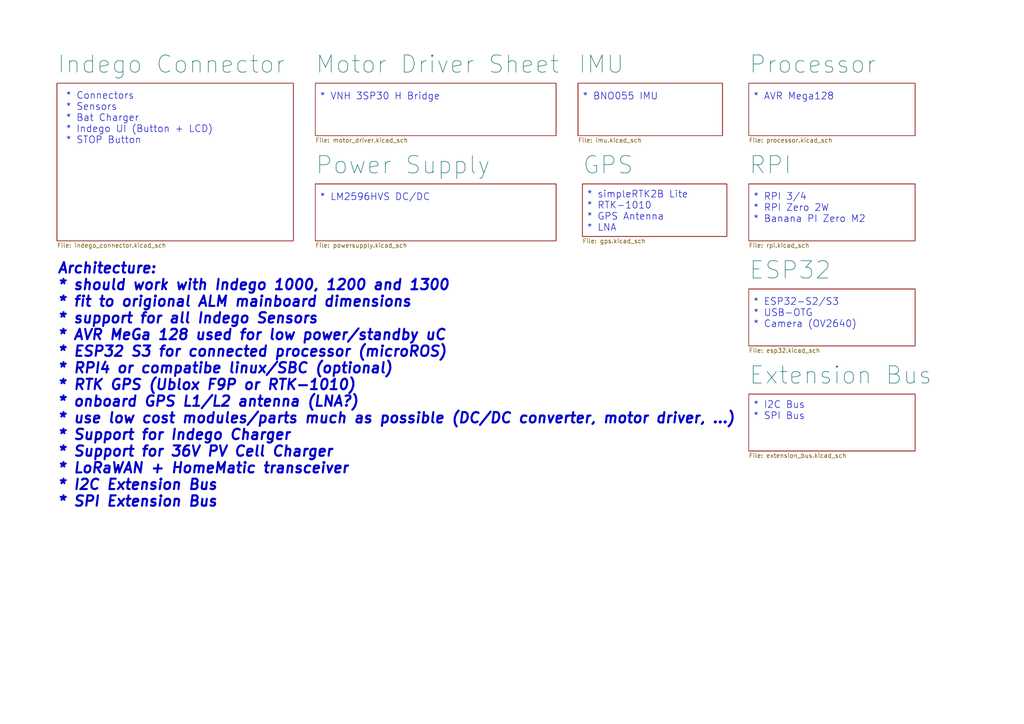
<source format=kicad_sch>
(kicad_sch
	(version 20250114)
	(generator "eeschema")
	(generator_version "9.0")
	(uuid "9538e4ed-27e6-4c37-b989-9859dc0d49e8")
	(paper "A4")
	(lib_symbols)
	(text "* simpleRTK2B Lite\n* RTK-1010\n* GPS Antenna\n* LNA"
		(exclude_from_sim no)
		(at 170.18 67.31 0)
		(effects
			(font
				(size 2 2)
			)
			(justify left bottom)
		)
		(uuid "04a7d58e-6b25-4e26-a091-8c5a1d786f6b")
	)
	(text "* AVR Mega128"
		(exclude_from_sim no)
		(at 218.44 29.21 0)
		(effects
			(font
				(size 2 2)
			)
			(justify left bottom)
		)
		(uuid "09a0338b-d360-4d86-a286-a9bd1596cd4a")
	)
	(text "* LM2596HVS DC/DC"
		(exclude_from_sim no)
		(at 92.71 58.42 0)
		(effects
			(font
				(size 2 2)
			)
			(justify left bottom)
		)
		(uuid "1997d764-eaae-4735-8caf-7465f42db24f")
	)
	(text "* VNH 3SP30 H Bridge"
		(exclude_from_sim no)
		(at 92.71 29.21 0)
		(effects
			(font
				(size 2 2)
			)
			(justify left bottom)
		)
		(uuid "61c8c7e3-0dd2-4df0-9214-696151f92eda")
	)
	(text "Architecture:\n* should work with Indego 1000, 1200 and 1300\n* fit to origional ALM mainboard dimensions\n* support for all Indego Sensors\n* AVR MeGa 128 used for low power/standby uC\n* ESP32 S3 for connected processor (microROS)\n* RPI4 or compatibe linux/SBC (optional)\n* RTK GPS (Ublox F9P or RTK-1010)\n* onboard GPS L1/L2 antenna (LNA?)\n* use low cost modules/parts much as possible (DC/DC converter, motor driver, ...)\n* Support for Indego Charger\n* Support for 36V PV Cell Charger\n* LoRaWAN + HomeMatic transceiver\n* I2C Extension Bus\n* SPI Extension Bus"
		(exclude_from_sim no)
		(at 16.51 147.32 0)
		(effects
			(font
				(size 3 3)
				(thickness 0.6)
				(bold yes)
				(italic yes)
			)
			(justify left bottom)
		)
		(uuid "6c8c9e7e-1778-4df6-8bae-fc4169aabecf")
	)
	(text "* RPI 3/4\n* RPI Zero 2W\n* Banana PI Zero M2"
		(exclude_from_sim no)
		(at 218.44 64.77 0)
		(effects
			(font
				(size 2 2)
			)
			(justify left bottom)
		)
		(uuid "9c86e76f-53f5-4c3a-a34d-fe18575ad9e6")
	)
	(text "* BNO055 IMU"
		(exclude_from_sim no)
		(at 168.91 29.21 0)
		(effects
			(font
				(size 2 2)
			)
			(justify left bottom)
		)
		(uuid "c0b0dabf-0384-4d7f-ae73-69e0c1b909b8")
	)
	(text "* Connectors\n* Sensors\n* Bat Charger\n* Indego UI (Button + LCD)\n* STOP Button"
		(exclude_from_sim no)
		(at 19.05 41.91 0)
		(effects
			(font
				(size 2 2)
			)
			(justify left bottom)
		)
		(uuid "cd204935-13e3-4af6-a352-01f8f1e50313")
	)
	(text "* ESP32-S2/S3\n* USB-OTG\n* Camera (OV2640)"
		(exclude_from_sim no)
		(at 218.44 95.25 0)
		(effects
			(font
				(size 2 2)
			)
			(justify left bottom)
		)
		(uuid "ec90f306-12b3-4707-8308-92b4f4ed988b")
	)
	(text "* I2C Bus\n* SPI Bus"
		(exclude_from_sim no)
		(at 218.44 121.92 0)
		(effects
			(font
				(size 2 2)
			)
			(justify left bottom)
		)
		(uuid "f9eeb9e1-f062-41ff-9dcc-12e4d9a58962")
	)
	(sheet
		(at 217.17 114.3)
		(size 48.26 16.51)
		(exclude_from_sim no)
		(in_bom yes)
		(on_board yes)
		(dnp no)
		(fields_autoplaced yes)
		(stroke
			(width 0.1524)
			(type solid)
		)
		(fill
			(color 0 0 0 0.0000)
		)
		(uuid "063a4b89-ff5c-4ebc-8c26-eb3638df6196")
		(property "Sheetname" "Extension Bus"
			(at 217.17 111.7234 0)
			(effects
				(font
					(size 5 5)
				)
				(justify left bottom)
			)
		)
		(property "Sheetfile" "extension_bus.kicad_sch"
			(at 217.17 131.3946 0)
			(effects
				(font
					(size 1.27 1.27)
				)
				(justify left top)
			)
		)
		(instances
			(project "IndegoMower"
				(path "/9538e4ed-27e6-4c37-b989-9859dc0d49e8"
					(page "10")
				)
			)
		)
	)
	(sheet
		(at 217.17 53.34)
		(size 48.26 16.51)
		(exclude_from_sim no)
		(in_bom yes)
		(on_board yes)
		(dnp no)
		(fields_autoplaced yes)
		(stroke
			(width 0.1524)
			(type solid)
		)
		(fill
			(color 0 0 0 0.0000)
		)
		(uuid "14a0580f-24c6-42bd-8508-13400cd5b689")
		(property "Sheetname" "RPI"
			(at 217.17 50.7634 0)
			(effects
				(font
					(size 5 5)
				)
				(justify left bottom)
			)
		)
		(property "Sheetfile" "rpi.kicad_sch"
			(at 217.17 70.4346 0)
			(effects
				(font
					(size 1.27 1.27)
				)
				(justify left top)
			)
		)
		(instances
			(project "IndegoMower"
				(path "/9538e4ed-27e6-4c37-b989-9859dc0d49e8"
					(page "6")
				)
			)
		)
	)
	(sheet
		(at 16.51 24.13)
		(size 68.58 45.72)
		(exclude_from_sim no)
		(in_bom yes)
		(on_board yes)
		(dnp no)
		(fields_autoplaced yes)
		(stroke
			(width 0.1524)
			(type solid)
		)
		(fill
			(color 0 0 0 0.0000)
		)
		(uuid "19365e20-d168-4b22-b984-186a5be0ae83")
		(property "Sheetname" "Indego Connector"
			(at 16.51 21.5534 0)
			(effects
				(font
					(size 5 5)
				)
				(justify left bottom)
			)
		)
		(property "Sheetfile" "indego_connector.kicad_sch"
			(at 16.51 70.4346 0)
			(effects
				(font
					(size 1.27 1.27)
				)
				(justify left top)
			)
		)
		(instances
			(project "IndegoMower"
				(path "/9538e4ed-27e6-4c37-b989-9859dc0d49e8"
					(page "2")
				)
			)
		)
	)
	(sheet
		(at 217.17 83.82)
		(size 48.26 16.51)
		(exclude_from_sim no)
		(in_bom yes)
		(on_board yes)
		(dnp no)
		(fields_autoplaced yes)
		(stroke
			(width 0.1524)
			(type solid)
		)
		(fill
			(color 0 0 0 0.0000)
		)
		(uuid "2a02d283-b37e-48cd-b3fb-333b192c2e1a")
		(property "Sheetname" "ESP32"
			(at 217.17 81.2434 0)
			(effects
				(font
					(size 5 5)
				)
				(justify left bottom)
			)
		)
		(property "Sheetfile" "esp32.kicad_sch"
			(at 217.17 100.9146 0)
			(effects
				(font
					(size 1.27 1.27)
				)
				(justify left top)
			)
		)
		(instances
			(project "IndegoMower"
				(path "/9538e4ed-27e6-4c37-b989-9859dc0d49e8"
					(page "9")
				)
			)
		)
	)
	(sheet
		(at 168.91 53.34)
		(size 41.91 15.24)
		(exclude_from_sim no)
		(in_bom yes)
		(on_board yes)
		(dnp no)
		(fields_autoplaced yes)
		(stroke
			(width 0.1524)
			(type solid)
		)
		(fill
			(color 0 0 0 0.0000)
		)
		(uuid "4e2ff1d0-aea2-4ed8-b9dc-52f148d68caa")
		(property "Sheetname" "GPS"
			(at 168.91 50.7634 0)
			(effects
				(font
					(size 5 5)
				)
				(justify left bottom)
			)
		)
		(property "Sheetfile" "gps.kicad_sch"
			(at 168.91 69.1646 0)
			(effects
				(font
					(size 1.27 1.27)
				)
				(justify left top)
			)
		)
		(instances
			(project "IndegoMower"
				(path "/9538e4ed-27e6-4c37-b989-9859dc0d49e8"
					(page "7")
				)
			)
		)
	)
	(sheet
		(at 167.64 24.13)
		(size 41.91 15.24)
		(exclude_from_sim no)
		(in_bom yes)
		(on_board yes)
		(dnp no)
		(fields_autoplaced yes)
		(stroke
			(width 0.1524)
			(type solid)
		)
		(fill
			(color 0 0 0 0.0000)
		)
		(uuid "71f8f2d4-81f9-4c79-a3e6-d09c0ab96ac8")
		(property "Sheetname" "IMU"
			(at 167.64 21.5534 0)
			(effects
				(font
					(size 5 5)
				)
				(justify left bottom)
			)
		)
		(property "Sheetfile" "imu.kicad_sch"
			(at 167.64 39.9546 0)
			(effects
				(font
					(size 1.27 1.27)
				)
				(justify left top)
			)
		)
		(instances
			(project "IndegoMower"
				(path "/9538e4ed-27e6-4c37-b989-9859dc0d49e8"
					(page "8")
				)
			)
		)
	)
	(sheet
		(at 217.17 24.13)
		(size 48.26 15.24)
		(exclude_from_sim no)
		(in_bom yes)
		(on_board yes)
		(dnp no)
		(fields_autoplaced yes)
		(stroke
			(width 0.1524)
			(type solid)
		)
		(fill
			(color 0 0 0 0.0000)
		)
		(uuid "779e8a7f-993e-44a7-9f1f-511b922b345b")
		(property "Sheetname" "Processor"
			(at 217.17 21.5534 0)
			(effects
				(font
					(size 5 5)
				)
				(justify left bottom)
			)
		)
		(property "Sheetfile" "processor.kicad_sch"
			(at 217.17 39.9546 0)
			(effects
				(font
					(size 1.27 1.27)
				)
				(justify left top)
			)
		)
		(instances
			(project "IndegoMower"
				(path "/9538e4ed-27e6-4c37-b989-9859dc0d49e8"
					(page "4")
				)
			)
		)
	)
	(sheet
		(at 91.44 24.13)
		(size 69.85 15.24)
		(exclude_from_sim no)
		(in_bom yes)
		(on_board yes)
		(dnp no)
		(fields_autoplaced yes)
		(stroke
			(width 0.1524)
			(type solid)
		)
		(fill
			(color 0 0 0 0.0000)
		)
		(uuid "c409297e-7ce1-4e82-93c9-546c0b5fe795")
		(property "Sheetname" "Motor Driver Sheet"
			(at 91.44 21.5534 0)
			(effects
				(font
					(size 5 5)
				)
				(justify left bottom)
			)
		)
		(property "Sheetfile" "motor_driver.kicad_sch"
			(at 91.44 39.9546 0)
			(effects
				(font
					(size 1.27 1.27)
				)
				(justify left top)
			)
		)
		(instances
			(project "IndegoMower"
				(path "/9538e4ed-27e6-4c37-b989-9859dc0d49e8"
					(page "5")
				)
			)
		)
	)
	(sheet
		(at 91.44 53.34)
		(size 69.85 16.51)
		(exclude_from_sim no)
		(in_bom yes)
		(on_board yes)
		(dnp no)
		(fields_autoplaced yes)
		(stroke
			(width 0.1524)
			(type solid)
		)
		(fill
			(color 0 0 0 0.0000)
		)
		(uuid "e882e35a-4577-4eca-891a-faba430f565e")
		(property "Sheetname" "Power Supply"
			(at 91.44 50.7634 0)
			(effects
				(font
					(size 5 5)
				)
				(justify left bottom)
			)
		)
		(property "Sheetfile" "powersupply.kicad_sch"
			(at 91.44 70.4346 0)
			(effects
				(font
					(size 1.27 1.27)
				)
				(justify left top)
			)
		)
		(instances
			(project "IndegoMower"
				(path "/9538e4ed-27e6-4c37-b989-9859dc0d49e8"
					(page "3")
				)
			)
		)
	)
	(sheet_instances
		(path "/"
			(page "1")
		)
	)
	(embedded_fonts no)
)

</source>
